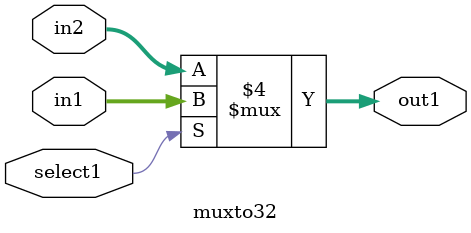
<source format=v>

module muxto32(out1,select1,in1,in2);

input select1;
input [31:0] in1,in2;
output reg [31:0] out1;
always @(select1,in1,in2)
begin
	if (select1==1)  out1 = in1;
	else out1 = in2;
end
endmodule

</source>
